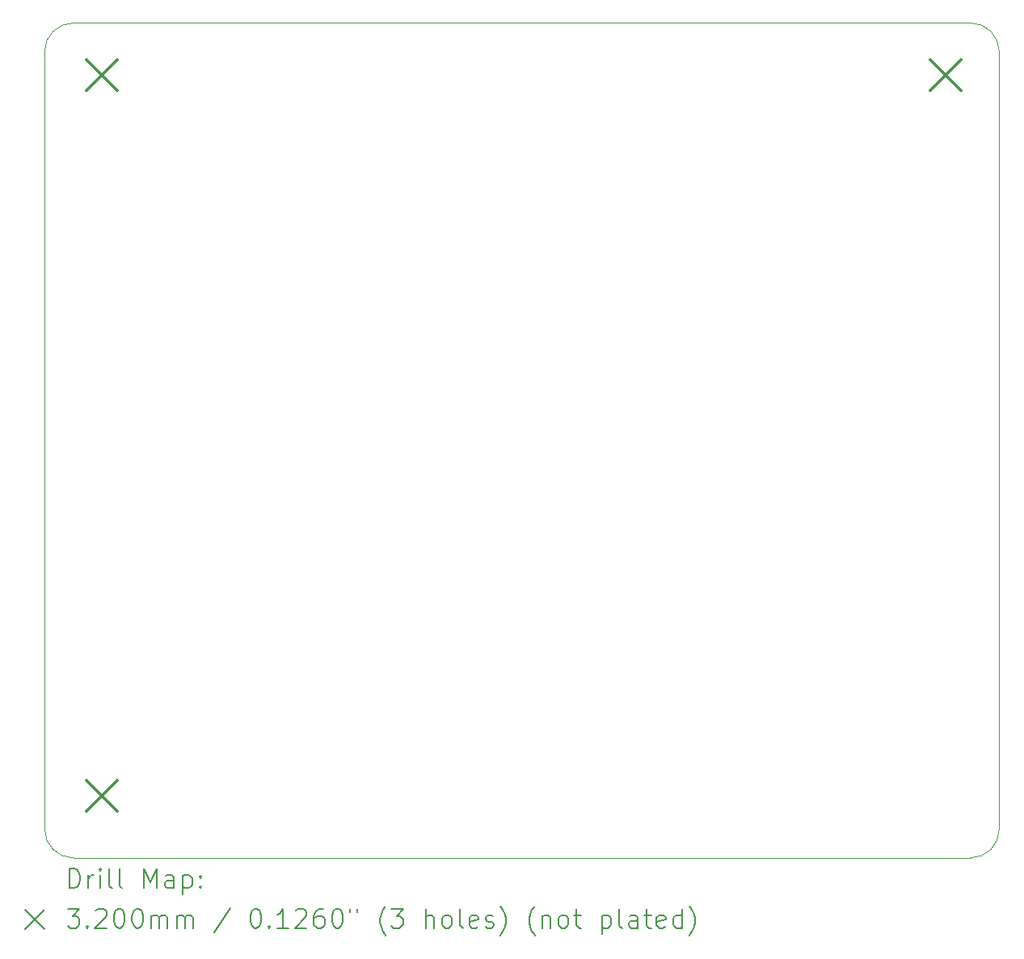
<source format=gbr>
%TF.GenerationSoftware,KiCad,Pcbnew,9.0.2*%
%TF.CreationDate,2025-07-13T13:24:02+03:30*%
%TF.ProjectId,paralleled-full-bridge,70617261-6c6c-4656-9c65-642d66756c6c,rev?*%
%TF.SameCoordinates,Original*%
%TF.FileFunction,Drillmap*%
%TF.FilePolarity,Positive*%
%FSLAX45Y45*%
G04 Gerber Fmt 4.5, Leading zero omitted, Abs format (unit mm)*
G04 Created by KiCad (PCBNEW 9.0.2) date 2025-07-13 13:24:02*
%MOMM*%
%LPD*%
G01*
G04 APERTURE LIST*
%ADD10C,0.050000*%
%ADD11C,0.200000*%
%ADD12C,0.320000*%
G04 APERTURE END LIST*
D10*
X1500000Y-9950000D02*
G75*
G02*
X1200000Y-9650000I0J300000D01*
G01*
X11200000Y-9650000D02*
G75*
G02*
X10900000Y-9950000I-300000J0D01*
G01*
X1200000Y-9650000D02*
X1200000Y-1500000D01*
X10900000Y-1200000D02*
G75*
G02*
X11200000Y-1500000I0J-300000D01*
G01*
X1200000Y-1500000D02*
G75*
G02*
X1500000Y-1200000I300000J0D01*
G01*
X1500000Y-1200000D02*
X10900000Y-1200000D01*
X11200000Y-1500000D02*
X11200000Y-9650000D01*
X10900000Y-9950000D02*
X1500000Y-9950000D01*
D11*
D12*
X1640000Y-1590000D02*
X1960000Y-1910000D01*
X1960000Y-1590000D02*
X1640000Y-1910000D01*
X1640000Y-9140000D02*
X1960000Y-9460000D01*
X1960000Y-9140000D02*
X1640000Y-9460000D01*
X10480000Y-1590000D02*
X10800000Y-1910000D01*
X10800000Y-1590000D02*
X10480000Y-1910000D01*
D11*
X1458277Y-10263984D02*
X1458277Y-10063984D01*
X1458277Y-10063984D02*
X1505896Y-10063984D01*
X1505896Y-10063984D02*
X1534467Y-10073508D01*
X1534467Y-10073508D02*
X1553515Y-10092555D01*
X1553515Y-10092555D02*
X1563039Y-10111603D01*
X1563039Y-10111603D02*
X1572562Y-10149698D01*
X1572562Y-10149698D02*
X1572562Y-10178270D01*
X1572562Y-10178270D02*
X1563039Y-10216365D01*
X1563039Y-10216365D02*
X1553515Y-10235412D01*
X1553515Y-10235412D02*
X1534467Y-10254460D01*
X1534467Y-10254460D02*
X1505896Y-10263984D01*
X1505896Y-10263984D02*
X1458277Y-10263984D01*
X1658277Y-10263984D02*
X1658277Y-10130650D01*
X1658277Y-10168746D02*
X1667801Y-10149698D01*
X1667801Y-10149698D02*
X1677324Y-10140174D01*
X1677324Y-10140174D02*
X1696372Y-10130650D01*
X1696372Y-10130650D02*
X1715420Y-10130650D01*
X1782086Y-10263984D02*
X1782086Y-10130650D01*
X1782086Y-10063984D02*
X1772562Y-10073508D01*
X1772562Y-10073508D02*
X1782086Y-10083031D01*
X1782086Y-10083031D02*
X1791610Y-10073508D01*
X1791610Y-10073508D02*
X1782086Y-10063984D01*
X1782086Y-10063984D02*
X1782086Y-10083031D01*
X1905896Y-10263984D02*
X1886848Y-10254460D01*
X1886848Y-10254460D02*
X1877324Y-10235412D01*
X1877324Y-10235412D02*
X1877324Y-10063984D01*
X2010658Y-10263984D02*
X1991610Y-10254460D01*
X1991610Y-10254460D02*
X1982086Y-10235412D01*
X1982086Y-10235412D02*
X1982086Y-10063984D01*
X2239229Y-10263984D02*
X2239229Y-10063984D01*
X2239229Y-10063984D02*
X2305896Y-10206841D01*
X2305896Y-10206841D02*
X2372563Y-10063984D01*
X2372563Y-10063984D02*
X2372563Y-10263984D01*
X2553515Y-10263984D02*
X2553515Y-10159222D01*
X2553515Y-10159222D02*
X2543991Y-10140174D01*
X2543991Y-10140174D02*
X2524944Y-10130650D01*
X2524944Y-10130650D02*
X2486848Y-10130650D01*
X2486848Y-10130650D02*
X2467801Y-10140174D01*
X2553515Y-10254460D02*
X2534467Y-10263984D01*
X2534467Y-10263984D02*
X2486848Y-10263984D01*
X2486848Y-10263984D02*
X2467801Y-10254460D01*
X2467801Y-10254460D02*
X2458277Y-10235412D01*
X2458277Y-10235412D02*
X2458277Y-10216365D01*
X2458277Y-10216365D02*
X2467801Y-10197317D01*
X2467801Y-10197317D02*
X2486848Y-10187793D01*
X2486848Y-10187793D02*
X2534467Y-10187793D01*
X2534467Y-10187793D02*
X2553515Y-10178270D01*
X2648753Y-10130650D02*
X2648753Y-10330650D01*
X2648753Y-10140174D02*
X2667801Y-10130650D01*
X2667801Y-10130650D02*
X2705896Y-10130650D01*
X2705896Y-10130650D02*
X2724944Y-10140174D01*
X2724944Y-10140174D02*
X2734467Y-10149698D01*
X2734467Y-10149698D02*
X2743991Y-10168746D01*
X2743991Y-10168746D02*
X2743991Y-10225889D01*
X2743991Y-10225889D02*
X2734467Y-10244936D01*
X2734467Y-10244936D02*
X2724944Y-10254460D01*
X2724944Y-10254460D02*
X2705896Y-10263984D01*
X2705896Y-10263984D02*
X2667801Y-10263984D01*
X2667801Y-10263984D02*
X2648753Y-10254460D01*
X2829705Y-10244936D02*
X2839229Y-10254460D01*
X2839229Y-10254460D02*
X2829705Y-10263984D01*
X2829705Y-10263984D02*
X2820182Y-10254460D01*
X2820182Y-10254460D02*
X2829705Y-10244936D01*
X2829705Y-10244936D02*
X2829705Y-10263984D01*
X2829705Y-10140174D02*
X2839229Y-10149698D01*
X2839229Y-10149698D02*
X2829705Y-10159222D01*
X2829705Y-10159222D02*
X2820182Y-10149698D01*
X2820182Y-10149698D02*
X2829705Y-10140174D01*
X2829705Y-10140174D02*
X2829705Y-10159222D01*
X997500Y-10492500D02*
X1197500Y-10692500D01*
X1197500Y-10492500D02*
X997500Y-10692500D01*
X1439229Y-10483984D02*
X1563039Y-10483984D01*
X1563039Y-10483984D02*
X1496372Y-10560174D01*
X1496372Y-10560174D02*
X1524943Y-10560174D01*
X1524943Y-10560174D02*
X1543991Y-10569698D01*
X1543991Y-10569698D02*
X1553515Y-10579222D01*
X1553515Y-10579222D02*
X1563039Y-10598270D01*
X1563039Y-10598270D02*
X1563039Y-10645889D01*
X1563039Y-10645889D02*
X1553515Y-10664936D01*
X1553515Y-10664936D02*
X1543991Y-10674460D01*
X1543991Y-10674460D02*
X1524943Y-10683984D01*
X1524943Y-10683984D02*
X1467801Y-10683984D01*
X1467801Y-10683984D02*
X1448753Y-10674460D01*
X1448753Y-10674460D02*
X1439229Y-10664936D01*
X1648753Y-10664936D02*
X1658277Y-10674460D01*
X1658277Y-10674460D02*
X1648753Y-10683984D01*
X1648753Y-10683984D02*
X1639229Y-10674460D01*
X1639229Y-10674460D02*
X1648753Y-10664936D01*
X1648753Y-10664936D02*
X1648753Y-10683984D01*
X1734467Y-10503031D02*
X1743991Y-10493508D01*
X1743991Y-10493508D02*
X1763039Y-10483984D01*
X1763039Y-10483984D02*
X1810658Y-10483984D01*
X1810658Y-10483984D02*
X1829705Y-10493508D01*
X1829705Y-10493508D02*
X1839229Y-10503031D01*
X1839229Y-10503031D02*
X1848753Y-10522079D01*
X1848753Y-10522079D02*
X1848753Y-10541127D01*
X1848753Y-10541127D02*
X1839229Y-10569698D01*
X1839229Y-10569698D02*
X1724943Y-10683984D01*
X1724943Y-10683984D02*
X1848753Y-10683984D01*
X1972562Y-10483984D02*
X1991610Y-10483984D01*
X1991610Y-10483984D02*
X2010658Y-10493508D01*
X2010658Y-10493508D02*
X2020182Y-10503031D01*
X2020182Y-10503031D02*
X2029705Y-10522079D01*
X2029705Y-10522079D02*
X2039229Y-10560174D01*
X2039229Y-10560174D02*
X2039229Y-10607793D01*
X2039229Y-10607793D02*
X2029705Y-10645889D01*
X2029705Y-10645889D02*
X2020182Y-10664936D01*
X2020182Y-10664936D02*
X2010658Y-10674460D01*
X2010658Y-10674460D02*
X1991610Y-10683984D01*
X1991610Y-10683984D02*
X1972562Y-10683984D01*
X1972562Y-10683984D02*
X1953515Y-10674460D01*
X1953515Y-10674460D02*
X1943991Y-10664936D01*
X1943991Y-10664936D02*
X1934467Y-10645889D01*
X1934467Y-10645889D02*
X1924943Y-10607793D01*
X1924943Y-10607793D02*
X1924943Y-10560174D01*
X1924943Y-10560174D02*
X1934467Y-10522079D01*
X1934467Y-10522079D02*
X1943991Y-10503031D01*
X1943991Y-10503031D02*
X1953515Y-10493508D01*
X1953515Y-10493508D02*
X1972562Y-10483984D01*
X2163039Y-10483984D02*
X2182086Y-10483984D01*
X2182086Y-10483984D02*
X2201134Y-10493508D01*
X2201134Y-10493508D02*
X2210658Y-10503031D01*
X2210658Y-10503031D02*
X2220182Y-10522079D01*
X2220182Y-10522079D02*
X2229705Y-10560174D01*
X2229705Y-10560174D02*
X2229705Y-10607793D01*
X2229705Y-10607793D02*
X2220182Y-10645889D01*
X2220182Y-10645889D02*
X2210658Y-10664936D01*
X2210658Y-10664936D02*
X2201134Y-10674460D01*
X2201134Y-10674460D02*
X2182086Y-10683984D01*
X2182086Y-10683984D02*
X2163039Y-10683984D01*
X2163039Y-10683984D02*
X2143991Y-10674460D01*
X2143991Y-10674460D02*
X2134467Y-10664936D01*
X2134467Y-10664936D02*
X2124944Y-10645889D01*
X2124944Y-10645889D02*
X2115420Y-10607793D01*
X2115420Y-10607793D02*
X2115420Y-10560174D01*
X2115420Y-10560174D02*
X2124944Y-10522079D01*
X2124944Y-10522079D02*
X2134467Y-10503031D01*
X2134467Y-10503031D02*
X2143991Y-10493508D01*
X2143991Y-10493508D02*
X2163039Y-10483984D01*
X2315420Y-10683984D02*
X2315420Y-10550650D01*
X2315420Y-10569698D02*
X2324944Y-10560174D01*
X2324944Y-10560174D02*
X2343991Y-10550650D01*
X2343991Y-10550650D02*
X2372563Y-10550650D01*
X2372563Y-10550650D02*
X2391610Y-10560174D01*
X2391610Y-10560174D02*
X2401134Y-10579222D01*
X2401134Y-10579222D02*
X2401134Y-10683984D01*
X2401134Y-10579222D02*
X2410658Y-10560174D01*
X2410658Y-10560174D02*
X2429705Y-10550650D01*
X2429705Y-10550650D02*
X2458277Y-10550650D01*
X2458277Y-10550650D02*
X2477325Y-10560174D01*
X2477325Y-10560174D02*
X2486848Y-10579222D01*
X2486848Y-10579222D02*
X2486848Y-10683984D01*
X2582086Y-10683984D02*
X2582086Y-10550650D01*
X2582086Y-10569698D02*
X2591610Y-10560174D01*
X2591610Y-10560174D02*
X2610658Y-10550650D01*
X2610658Y-10550650D02*
X2639229Y-10550650D01*
X2639229Y-10550650D02*
X2658277Y-10560174D01*
X2658277Y-10560174D02*
X2667801Y-10579222D01*
X2667801Y-10579222D02*
X2667801Y-10683984D01*
X2667801Y-10579222D02*
X2677325Y-10560174D01*
X2677325Y-10560174D02*
X2696372Y-10550650D01*
X2696372Y-10550650D02*
X2724944Y-10550650D01*
X2724944Y-10550650D02*
X2743991Y-10560174D01*
X2743991Y-10560174D02*
X2753515Y-10579222D01*
X2753515Y-10579222D02*
X2753515Y-10683984D01*
X3143991Y-10474460D02*
X2972563Y-10731603D01*
X3401134Y-10483984D02*
X3420182Y-10483984D01*
X3420182Y-10483984D02*
X3439229Y-10493508D01*
X3439229Y-10493508D02*
X3448753Y-10503031D01*
X3448753Y-10503031D02*
X3458277Y-10522079D01*
X3458277Y-10522079D02*
X3467801Y-10560174D01*
X3467801Y-10560174D02*
X3467801Y-10607793D01*
X3467801Y-10607793D02*
X3458277Y-10645889D01*
X3458277Y-10645889D02*
X3448753Y-10664936D01*
X3448753Y-10664936D02*
X3439229Y-10674460D01*
X3439229Y-10674460D02*
X3420182Y-10683984D01*
X3420182Y-10683984D02*
X3401134Y-10683984D01*
X3401134Y-10683984D02*
X3382086Y-10674460D01*
X3382086Y-10674460D02*
X3372563Y-10664936D01*
X3372563Y-10664936D02*
X3363039Y-10645889D01*
X3363039Y-10645889D02*
X3353515Y-10607793D01*
X3353515Y-10607793D02*
X3353515Y-10560174D01*
X3353515Y-10560174D02*
X3363039Y-10522079D01*
X3363039Y-10522079D02*
X3372563Y-10503031D01*
X3372563Y-10503031D02*
X3382086Y-10493508D01*
X3382086Y-10493508D02*
X3401134Y-10483984D01*
X3553515Y-10664936D02*
X3563039Y-10674460D01*
X3563039Y-10674460D02*
X3553515Y-10683984D01*
X3553515Y-10683984D02*
X3543991Y-10674460D01*
X3543991Y-10674460D02*
X3553515Y-10664936D01*
X3553515Y-10664936D02*
X3553515Y-10683984D01*
X3753515Y-10683984D02*
X3639229Y-10683984D01*
X3696372Y-10683984D02*
X3696372Y-10483984D01*
X3696372Y-10483984D02*
X3677325Y-10512555D01*
X3677325Y-10512555D02*
X3658277Y-10531603D01*
X3658277Y-10531603D02*
X3639229Y-10541127D01*
X3829706Y-10503031D02*
X3839229Y-10493508D01*
X3839229Y-10493508D02*
X3858277Y-10483984D01*
X3858277Y-10483984D02*
X3905896Y-10483984D01*
X3905896Y-10483984D02*
X3924944Y-10493508D01*
X3924944Y-10493508D02*
X3934467Y-10503031D01*
X3934467Y-10503031D02*
X3943991Y-10522079D01*
X3943991Y-10522079D02*
X3943991Y-10541127D01*
X3943991Y-10541127D02*
X3934467Y-10569698D01*
X3934467Y-10569698D02*
X3820182Y-10683984D01*
X3820182Y-10683984D02*
X3943991Y-10683984D01*
X4115420Y-10483984D02*
X4077325Y-10483984D01*
X4077325Y-10483984D02*
X4058277Y-10493508D01*
X4058277Y-10493508D02*
X4048753Y-10503031D01*
X4048753Y-10503031D02*
X4029706Y-10531603D01*
X4029706Y-10531603D02*
X4020182Y-10569698D01*
X4020182Y-10569698D02*
X4020182Y-10645889D01*
X4020182Y-10645889D02*
X4029706Y-10664936D01*
X4029706Y-10664936D02*
X4039229Y-10674460D01*
X4039229Y-10674460D02*
X4058277Y-10683984D01*
X4058277Y-10683984D02*
X4096372Y-10683984D01*
X4096372Y-10683984D02*
X4115420Y-10674460D01*
X4115420Y-10674460D02*
X4124944Y-10664936D01*
X4124944Y-10664936D02*
X4134467Y-10645889D01*
X4134467Y-10645889D02*
X4134467Y-10598270D01*
X4134467Y-10598270D02*
X4124944Y-10579222D01*
X4124944Y-10579222D02*
X4115420Y-10569698D01*
X4115420Y-10569698D02*
X4096372Y-10560174D01*
X4096372Y-10560174D02*
X4058277Y-10560174D01*
X4058277Y-10560174D02*
X4039229Y-10569698D01*
X4039229Y-10569698D02*
X4029706Y-10579222D01*
X4029706Y-10579222D02*
X4020182Y-10598270D01*
X4258277Y-10483984D02*
X4277325Y-10483984D01*
X4277325Y-10483984D02*
X4296372Y-10493508D01*
X4296372Y-10493508D02*
X4305896Y-10503031D01*
X4305896Y-10503031D02*
X4315420Y-10522079D01*
X4315420Y-10522079D02*
X4324944Y-10560174D01*
X4324944Y-10560174D02*
X4324944Y-10607793D01*
X4324944Y-10607793D02*
X4315420Y-10645889D01*
X4315420Y-10645889D02*
X4305896Y-10664936D01*
X4305896Y-10664936D02*
X4296372Y-10674460D01*
X4296372Y-10674460D02*
X4277325Y-10683984D01*
X4277325Y-10683984D02*
X4258277Y-10683984D01*
X4258277Y-10683984D02*
X4239229Y-10674460D01*
X4239229Y-10674460D02*
X4229706Y-10664936D01*
X4229706Y-10664936D02*
X4220182Y-10645889D01*
X4220182Y-10645889D02*
X4210658Y-10607793D01*
X4210658Y-10607793D02*
X4210658Y-10560174D01*
X4210658Y-10560174D02*
X4220182Y-10522079D01*
X4220182Y-10522079D02*
X4229706Y-10503031D01*
X4229706Y-10503031D02*
X4239229Y-10493508D01*
X4239229Y-10493508D02*
X4258277Y-10483984D01*
X4401134Y-10483984D02*
X4401134Y-10522079D01*
X4477325Y-10483984D02*
X4477325Y-10522079D01*
X4772563Y-10760174D02*
X4763039Y-10750650D01*
X4763039Y-10750650D02*
X4743991Y-10722079D01*
X4743991Y-10722079D02*
X4734468Y-10703031D01*
X4734468Y-10703031D02*
X4724944Y-10674460D01*
X4724944Y-10674460D02*
X4715420Y-10626841D01*
X4715420Y-10626841D02*
X4715420Y-10588746D01*
X4715420Y-10588746D02*
X4724944Y-10541127D01*
X4724944Y-10541127D02*
X4734468Y-10512555D01*
X4734468Y-10512555D02*
X4743991Y-10493508D01*
X4743991Y-10493508D02*
X4763039Y-10464936D01*
X4763039Y-10464936D02*
X4772563Y-10455412D01*
X4829706Y-10483984D02*
X4953515Y-10483984D01*
X4953515Y-10483984D02*
X4886849Y-10560174D01*
X4886849Y-10560174D02*
X4915420Y-10560174D01*
X4915420Y-10560174D02*
X4934468Y-10569698D01*
X4934468Y-10569698D02*
X4943991Y-10579222D01*
X4943991Y-10579222D02*
X4953515Y-10598270D01*
X4953515Y-10598270D02*
X4953515Y-10645889D01*
X4953515Y-10645889D02*
X4943991Y-10664936D01*
X4943991Y-10664936D02*
X4934468Y-10674460D01*
X4934468Y-10674460D02*
X4915420Y-10683984D01*
X4915420Y-10683984D02*
X4858277Y-10683984D01*
X4858277Y-10683984D02*
X4839230Y-10674460D01*
X4839230Y-10674460D02*
X4829706Y-10664936D01*
X5191611Y-10683984D02*
X5191611Y-10483984D01*
X5277325Y-10683984D02*
X5277325Y-10579222D01*
X5277325Y-10579222D02*
X5267801Y-10560174D01*
X5267801Y-10560174D02*
X5248753Y-10550650D01*
X5248753Y-10550650D02*
X5220182Y-10550650D01*
X5220182Y-10550650D02*
X5201134Y-10560174D01*
X5201134Y-10560174D02*
X5191611Y-10569698D01*
X5401134Y-10683984D02*
X5382087Y-10674460D01*
X5382087Y-10674460D02*
X5372563Y-10664936D01*
X5372563Y-10664936D02*
X5363039Y-10645889D01*
X5363039Y-10645889D02*
X5363039Y-10588746D01*
X5363039Y-10588746D02*
X5372563Y-10569698D01*
X5372563Y-10569698D02*
X5382087Y-10560174D01*
X5382087Y-10560174D02*
X5401134Y-10550650D01*
X5401134Y-10550650D02*
X5429706Y-10550650D01*
X5429706Y-10550650D02*
X5448753Y-10560174D01*
X5448753Y-10560174D02*
X5458277Y-10569698D01*
X5458277Y-10569698D02*
X5467801Y-10588746D01*
X5467801Y-10588746D02*
X5467801Y-10645889D01*
X5467801Y-10645889D02*
X5458277Y-10664936D01*
X5458277Y-10664936D02*
X5448753Y-10674460D01*
X5448753Y-10674460D02*
X5429706Y-10683984D01*
X5429706Y-10683984D02*
X5401134Y-10683984D01*
X5582087Y-10683984D02*
X5563039Y-10674460D01*
X5563039Y-10674460D02*
X5553515Y-10655412D01*
X5553515Y-10655412D02*
X5553515Y-10483984D01*
X5734468Y-10674460D02*
X5715420Y-10683984D01*
X5715420Y-10683984D02*
X5677325Y-10683984D01*
X5677325Y-10683984D02*
X5658277Y-10674460D01*
X5658277Y-10674460D02*
X5648753Y-10655412D01*
X5648753Y-10655412D02*
X5648753Y-10579222D01*
X5648753Y-10579222D02*
X5658277Y-10560174D01*
X5658277Y-10560174D02*
X5677325Y-10550650D01*
X5677325Y-10550650D02*
X5715420Y-10550650D01*
X5715420Y-10550650D02*
X5734468Y-10560174D01*
X5734468Y-10560174D02*
X5743991Y-10579222D01*
X5743991Y-10579222D02*
X5743991Y-10598270D01*
X5743991Y-10598270D02*
X5648753Y-10617317D01*
X5820182Y-10674460D02*
X5839230Y-10683984D01*
X5839230Y-10683984D02*
X5877325Y-10683984D01*
X5877325Y-10683984D02*
X5896372Y-10674460D01*
X5896372Y-10674460D02*
X5905896Y-10655412D01*
X5905896Y-10655412D02*
X5905896Y-10645889D01*
X5905896Y-10645889D02*
X5896372Y-10626841D01*
X5896372Y-10626841D02*
X5877325Y-10617317D01*
X5877325Y-10617317D02*
X5848753Y-10617317D01*
X5848753Y-10617317D02*
X5829706Y-10607793D01*
X5829706Y-10607793D02*
X5820182Y-10588746D01*
X5820182Y-10588746D02*
X5820182Y-10579222D01*
X5820182Y-10579222D02*
X5829706Y-10560174D01*
X5829706Y-10560174D02*
X5848753Y-10550650D01*
X5848753Y-10550650D02*
X5877325Y-10550650D01*
X5877325Y-10550650D02*
X5896372Y-10560174D01*
X5972563Y-10760174D02*
X5982087Y-10750650D01*
X5982087Y-10750650D02*
X6001134Y-10722079D01*
X6001134Y-10722079D02*
X6010658Y-10703031D01*
X6010658Y-10703031D02*
X6020182Y-10674460D01*
X6020182Y-10674460D02*
X6029706Y-10626841D01*
X6029706Y-10626841D02*
X6029706Y-10588746D01*
X6029706Y-10588746D02*
X6020182Y-10541127D01*
X6020182Y-10541127D02*
X6010658Y-10512555D01*
X6010658Y-10512555D02*
X6001134Y-10493508D01*
X6001134Y-10493508D02*
X5982087Y-10464936D01*
X5982087Y-10464936D02*
X5972563Y-10455412D01*
X6334468Y-10760174D02*
X6324944Y-10750650D01*
X6324944Y-10750650D02*
X6305896Y-10722079D01*
X6305896Y-10722079D02*
X6296372Y-10703031D01*
X6296372Y-10703031D02*
X6286849Y-10674460D01*
X6286849Y-10674460D02*
X6277325Y-10626841D01*
X6277325Y-10626841D02*
X6277325Y-10588746D01*
X6277325Y-10588746D02*
X6286849Y-10541127D01*
X6286849Y-10541127D02*
X6296372Y-10512555D01*
X6296372Y-10512555D02*
X6305896Y-10493508D01*
X6305896Y-10493508D02*
X6324944Y-10464936D01*
X6324944Y-10464936D02*
X6334468Y-10455412D01*
X6410658Y-10550650D02*
X6410658Y-10683984D01*
X6410658Y-10569698D02*
X6420182Y-10560174D01*
X6420182Y-10560174D02*
X6439230Y-10550650D01*
X6439230Y-10550650D02*
X6467801Y-10550650D01*
X6467801Y-10550650D02*
X6486849Y-10560174D01*
X6486849Y-10560174D02*
X6496372Y-10579222D01*
X6496372Y-10579222D02*
X6496372Y-10683984D01*
X6620182Y-10683984D02*
X6601134Y-10674460D01*
X6601134Y-10674460D02*
X6591611Y-10664936D01*
X6591611Y-10664936D02*
X6582087Y-10645889D01*
X6582087Y-10645889D02*
X6582087Y-10588746D01*
X6582087Y-10588746D02*
X6591611Y-10569698D01*
X6591611Y-10569698D02*
X6601134Y-10560174D01*
X6601134Y-10560174D02*
X6620182Y-10550650D01*
X6620182Y-10550650D02*
X6648753Y-10550650D01*
X6648753Y-10550650D02*
X6667801Y-10560174D01*
X6667801Y-10560174D02*
X6677325Y-10569698D01*
X6677325Y-10569698D02*
X6686849Y-10588746D01*
X6686849Y-10588746D02*
X6686849Y-10645889D01*
X6686849Y-10645889D02*
X6677325Y-10664936D01*
X6677325Y-10664936D02*
X6667801Y-10674460D01*
X6667801Y-10674460D02*
X6648753Y-10683984D01*
X6648753Y-10683984D02*
X6620182Y-10683984D01*
X6743992Y-10550650D02*
X6820182Y-10550650D01*
X6772563Y-10483984D02*
X6772563Y-10655412D01*
X6772563Y-10655412D02*
X6782087Y-10674460D01*
X6782087Y-10674460D02*
X6801134Y-10683984D01*
X6801134Y-10683984D02*
X6820182Y-10683984D01*
X7039230Y-10550650D02*
X7039230Y-10750650D01*
X7039230Y-10560174D02*
X7058277Y-10550650D01*
X7058277Y-10550650D02*
X7096373Y-10550650D01*
X7096373Y-10550650D02*
X7115420Y-10560174D01*
X7115420Y-10560174D02*
X7124944Y-10569698D01*
X7124944Y-10569698D02*
X7134468Y-10588746D01*
X7134468Y-10588746D02*
X7134468Y-10645889D01*
X7134468Y-10645889D02*
X7124944Y-10664936D01*
X7124944Y-10664936D02*
X7115420Y-10674460D01*
X7115420Y-10674460D02*
X7096373Y-10683984D01*
X7096373Y-10683984D02*
X7058277Y-10683984D01*
X7058277Y-10683984D02*
X7039230Y-10674460D01*
X7248753Y-10683984D02*
X7229706Y-10674460D01*
X7229706Y-10674460D02*
X7220182Y-10655412D01*
X7220182Y-10655412D02*
X7220182Y-10483984D01*
X7410658Y-10683984D02*
X7410658Y-10579222D01*
X7410658Y-10579222D02*
X7401134Y-10560174D01*
X7401134Y-10560174D02*
X7382087Y-10550650D01*
X7382087Y-10550650D02*
X7343992Y-10550650D01*
X7343992Y-10550650D02*
X7324944Y-10560174D01*
X7410658Y-10674460D02*
X7391611Y-10683984D01*
X7391611Y-10683984D02*
X7343992Y-10683984D01*
X7343992Y-10683984D02*
X7324944Y-10674460D01*
X7324944Y-10674460D02*
X7315420Y-10655412D01*
X7315420Y-10655412D02*
X7315420Y-10636365D01*
X7315420Y-10636365D02*
X7324944Y-10617317D01*
X7324944Y-10617317D02*
X7343992Y-10607793D01*
X7343992Y-10607793D02*
X7391611Y-10607793D01*
X7391611Y-10607793D02*
X7410658Y-10598270D01*
X7477325Y-10550650D02*
X7553515Y-10550650D01*
X7505896Y-10483984D02*
X7505896Y-10655412D01*
X7505896Y-10655412D02*
X7515420Y-10674460D01*
X7515420Y-10674460D02*
X7534468Y-10683984D01*
X7534468Y-10683984D02*
X7553515Y-10683984D01*
X7696373Y-10674460D02*
X7677325Y-10683984D01*
X7677325Y-10683984D02*
X7639230Y-10683984D01*
X7639230Y-10683984D02*
X7620182Y-10674460D01*
X7620182Y-10674460D02*
X7610658Y-10655412D01*
X7610658Y-10655412D02*
X7610658Y-10579222D01*
X7610658Y-10579222D02*
X7620182Y-10560174D01*
X7620182Y-10560174D02*
X7639230Y-10550650D01*
X7639230Y-10550650D02*
X7677325Y-10550650D01*
X7677325Y-10550650D02*
X7696373Y-10560174D01*
X7696373Y-10560174D02*
X7705896Y-10579222D01*
X7705896Y-10579222D02*
X7705896Y-10598270D01*
X7705896Y-10598270D02*
X7610658Y-10617317D01*
X7877325Y-10683984D02*
X7877325Y-10483984D01*
X7877325Y-10674460D02*
X7858277Y-10683984D01*
X7858277Y-10683984D02*
X7820182Y-10683984D01*
X7820182Y-10683984D02*
X7801134Y-10674460D01*
X7801134Y-10674460D02*
X7791611Y-10664936D01*
X7791611Y-10664936D02*
X7782087Y-10645889D01*
X7782087Y-10645889D02*
X7782087Y-10588746D01*
X7782087Y-10588746D02*
X7791611Y-10569698D01*
X7791611Y-10569698D02*
X7801134Y-10560174D01*
X7801134Y-10560174D02*
X7820182Y-10550650D01*
X7820182Y-10550650D02*
X7858277Y-10550650D01*
X7858277Y-10550650D02*
X7877325Y-10560174D01*
X7953515Y-10760174D02*
X7963039Y-10750650D01*
X7963039Y-10750650D02*
X7982087Y-10722079D01*
X7982087Y-10722079D02*
X7991611Y-10703031D01*
X7991611Y-10703031D02*
X8001134Y-10674460D01*
X8001134Y-10674460D02*
X8010658Y-10626841D01*
X8010658Y-10626841D02*
X8010658Y-10588746D01*
X8010658Y-10588746D02*
X8001134Y-10541127D01*
X8001134Y-10541127D02*
X7991611Y-10512555D01*
X7991611Y-10512555D02*
X7982087Y-10493508D01*
X7982087Y-10493508D02*
X7963039Y-10464936D01*
X7963039Y-10464936D02*
X7953515Y-10455412D01*
M02*

</source>
